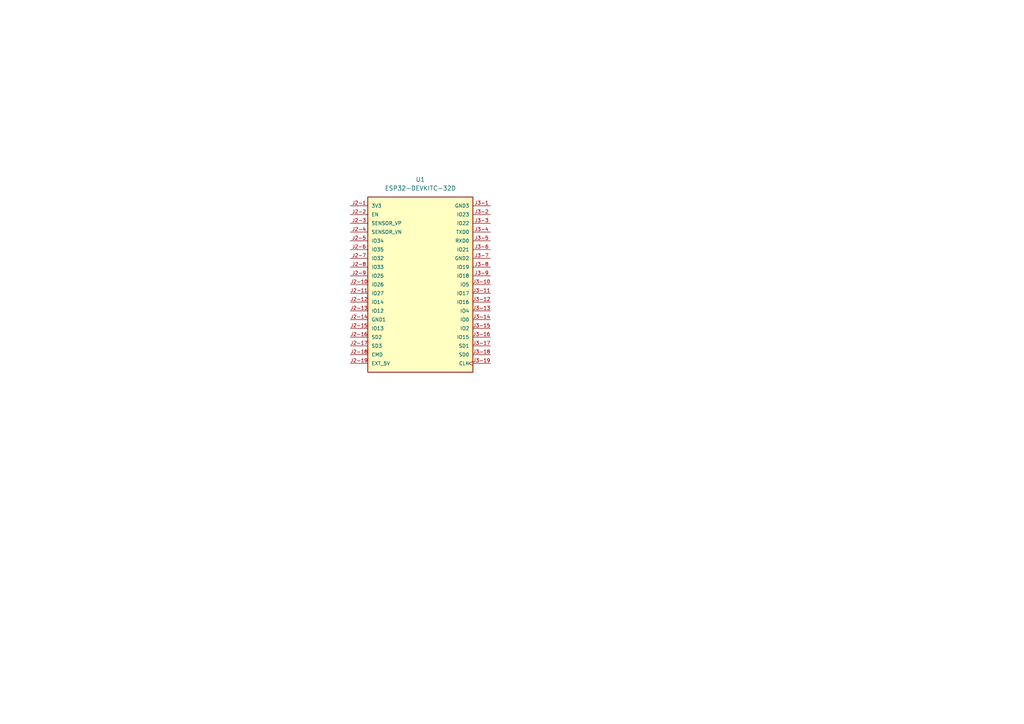
<source format=kicad_sch>
(kicad_sch (version 20250114) (generator "eeschema") (generator_version "9.0")
  (paper "A4")
  (lib_symbols
    (symbol "ESP32-DEVKITC-32D:ESP32-DEVKITC-32D" (pin_names (offset 1.016))
      (property "Reference" "U" (at -15.2572 26.0643 0))
      (property "Value" "ESP32-DEVKITC-32D" (at -15.2563 -27.9698 0))
      (symbol "ESP32-DEVKITC-32D_0_0"
        (rectangle (start -15.24 -25.4) (end 15.24 25.4) (stroke (width 0.254)) (fill (type background)))
        (pin power_in line (at -20.32 22.86 0) (length 5.08) (name "3V3") (number "J2-1"))
        (pin input line (at -20.32 20.32 0) (length 5.08) (name "EN") (number "J2-2"))
        (pin input line (at -20.32 17.78 0) (length 5.08) (name "SENSOR_VP") (number "J2-3"))
        (pin input line (at -20.32 15.24 0) (length 5.08) (name "SENSOR_VN") (number "J2-4"))
        (pin bidirectional line (at -20.32 12.7 0) (length 5.08) (name "IO34") (number "J2-5"))
        (pin bidirectional line (at -20.32 10.16 0) (length 5.08) (name "IO35") (number "J2-6"))
        (pin bidirectional line (at -20.32 7.62 0) (length 5.08) (name "IO32") (number "J2-7"))
        (pin bidirectional line (at -20.32 5.08 0) (length 5.08) (name "IO33") (number "J2-8"))
        (pin bidirectional line (at -20.32 2.54 0) (length 5.08) (name "IO25") (number "J2-9"))
        (pin bidirectional line (at -20.32 0 0) (length 5.08) (name "IO26") (number "J2-10"))
        (pin bidirectional line (at -20.32 -2.54 0) (length 5.08) (name "IO27") (number "J2-11"))
        (pin bidirectional line (at -20.32 -5.08 0) (length 5.08) (name "IO14") (number "J2-12"))
        (pin bidirectional line (at -20.32 -7.62 0) (length 5.08) (name "IO12") (number "J2-13"))
        (pin power_in line (at -20.32 -10.16 0) (length 5.08) (name "GND1") (number "J2-14"))
        (pin bidirectional line (at -20.32 -12.7 0) (length 5.08) (name "IO13") (number "J2-15"))
        (pin bidirectional line (at -20.32 -15.24 0) (length 5.08) (name "SD2") (number "J2-16"))
        (pin bidirectional line (at -20.32 -17.78 0) (length 5.08) (name "SD3") (number "J2-17"))
        (pin bidirectional line (at -20.32 -20.32 0) (length 5.08) (name "CMD") (number "J2-18"))
        (pin power_in line (at -20.32 -22.86 0) (length 5.08) (name "EXT_5V") (number "J2-19"))
        (pin power_in line (at 20.32 22.86 180) (length 5.08) (name "GND3") (number "J3-1"))
        (pin bidirectional line (at 20.32 20.32 180) (length 5.08) (name "IO23") (number "J3-2"))
        (pin bidirectional line (at 20.32 17.78 180) (length 5.08) (name "IO22") (number "J3-3"))
        (pin output line (at 20.32 15.24 180) (length 5.08) (name "TXD0") (number "J3-4"))
        (pin input line (at 20.32 12.7 180) (length 5.08) (name "RXD0") (number "J3-5"))
        (pin bidirectional line (at 20.32 10.16 180) (length 5.08) (name "IO21") (number "J3-6"))
        (pin power_in line (at 20.32 7.62 180) (length 5.08) (name "GND2") (number "J3-7"))
        (pin bidirectional line (at 20.32 5.08 180) (length 5.08) (name "IO19") (number "J3-8"))
        (pin bidirectional line (at 20.32 2.54 180) (length 5.08) (name "IO18") (number "J3-9"))
        (pin bidirectional line (at 20.32 0 180) (length 5.08) (name "IO5") (number "J3-10"))
        (pin bidirectional line (at 20.32 -2.54 180) (length 5.08) (name "IO17") (number "J3-11"))
        (pin bidirectional line (at 20.32 -5.08 180) (length 5.08) (name "IO16") (number "J3-12"))
        (pin bidirectional line (at 20.32 -7.62 180) (length 5.08) (name "IO4") (number "J3-13"))
        (pin bidirectional line (at 20.32 -10.16 180) (length 5.08) (name "IO0") (number "J3-14"))
        (pin bidirectional line (at 20.32 -12.7 180) (length 5.08) (name "IO2") (number "J3-15"))
        (pin bidirectional line (at 20.32 -15.24 180) (length 5.08) (name "IO15") (number "J3-16"))
        (pin bidirectional line (at 20.32 -17.78 180) (length 5.08) (name "SD1") (number "J3-17"))
        (pin bidirectional line (at 20.32 -20.32 180) (length 5.08) (name "SD0") (number "J3-18"))
        (pin input clock (at 20.32 -22.86 180) (length 5.08) (name "CLK") (number "J3-19"))
      )
    )
  )
  (symbol (lib_id "ESP32-DEVKITC-32D:ESP32-DEVKITC-32D") (at 121.92 82.55 0) (unit 1)
    (property "Reference" "U1" (at 121.92 52.07 0))
    (property "Value" "ESP32-DEVKITC-32D" (at 121.92 54.61 0))
    (property "Footprint" "ESP32-DEVKITC-32D:MODULE_ESP32-DEVKITC-32D" (effects (hide yes)))
    (property "MF" "Espressif Systems" (effects (hide yes)))
    (property "MAXIMUM_PACKAGE_HEIGHT" "N/A" (effects (hide yes)))
    (property "Package" "None" (effects (hide yes)))
    (property "Price" "None" (effects (hide yes)))
    (property "Check_prices" "https://www.snapeda.com/parts/ESP32-DEVKITC-32D/Espressif+Systems/view-part/?ref=eda" (effects (hide yes)))
    (property "STANDARD" "Manufacturer Recommendations" (effects (hide yes)))
    (property "PARTREV" "V4" (effects (hide yes)))
    (property "SnapEDA_Link" "https://www.snapeda.com/parts/ESP32-DEVKITC-32D/Espressif+Systems/view-part/?ref=snap" (effects (hide yes)))
    (property "MP" "ESP32-DEVKITC-32D" (effects (hide yes)))
    (property "Description_1" "WiFi Development Tools (802.11) ESP32 General Development Kit, ESP32-WROOM-32D on the board" (effects (hide yes)))
    (property "MANUFACTURER" "Espressif Systems" (effects (hide yes)))
    (property "Availability" "In Stock" (effects (hide yes)))
    (property "SNAPEDA_PN" "ESP32-DEVKITC-32D" (effects (hide yes)))
  )
)
</source>
